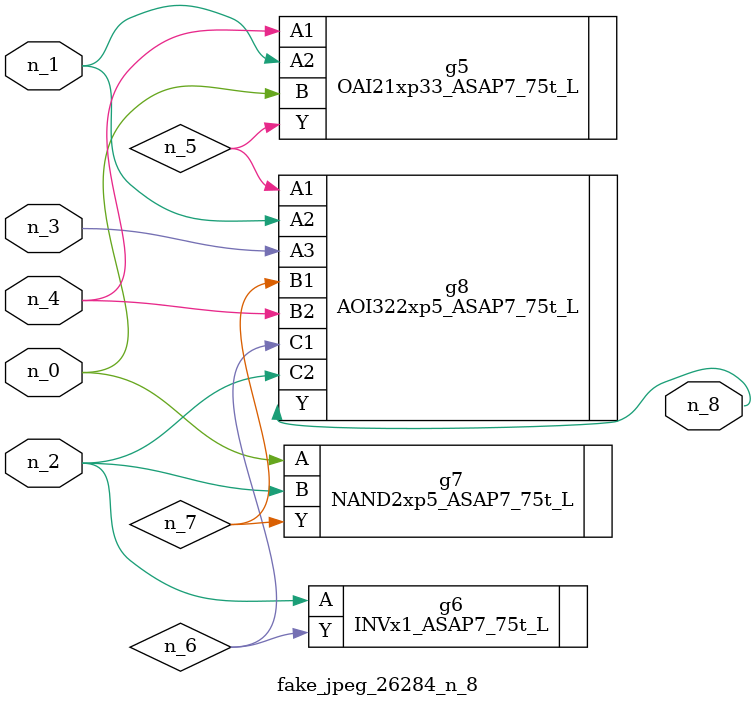
<source format=v>
module fake_jpeg_26284_n_8 (n_3, n_2, n_1, n_0, n_4, n_8);

input n_3;
input n_2;
input n_1;
input n_0;
input n_4;

output n_8;

wire n_6;
wire n_5;
wire n_7;

OAI21xp33_ASAP7_75t_L g5 ( 
.A1(n_4),
.A2(n_1),
.B(n_0),
.Y(n_5)
);

INVx1_ASAP7_75t_L g6 ( 
.A(n_2),
.Y(n_6)
);

NAND2xp5_ASAP7_75t_L g7 ( 
.A(n_0),
.B(n_2),
.Y(n_7)
);

AOI322xp5_ASAP7_75t_L g8 ( 
.A1(n_5),
.A2(n_1),
.A3(n_3),
.B1(n_7),
.B2(n_4),
.C1(n_6),
.C2(n_2),
.Y(n_8)
);


endmodule
</source>
